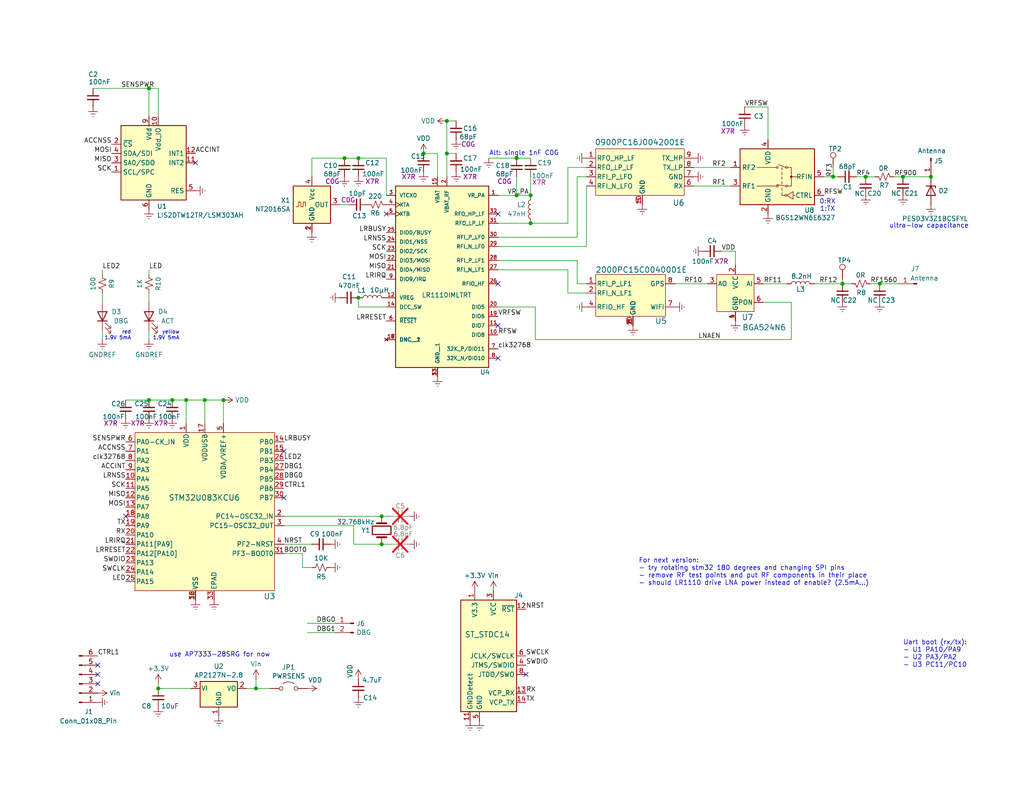
<source format=kicad_sch>
(kicad_sch (version 20231120) (generator "eeschema") (generator_version "8.0")
  (paper "USLetter")
  (title_block (title "RadioJay G1 - GPS Prototype tag") (date "2024-02-14") (company "Thorsten von Eicken") (comment 1 "1.8V power"))
  (lib_symbols
    (symbol "Connector:Conn_01x01_Pin" (pin_names (offset 1.016) hide)
      (property "Reference" "J" (at 0 2.54 0))
      (property "Value" "Conn_01x01_Pin" (at 0 -2.54 0))
      (symbol "Conn_01x01_Pin_1_1"
        (pin passive line (at 5.08 0 180) (length 3.81) (name "Pin_1") (number "1"))
      )
    )
    (symbol "Connector:Conn_01x02_Pin" (pin_names (offset 1.016) hide)
      (property "Reference" "J" (at 0 2.54 0))
      (property "Value" "Conn_01x02_Pin" (at 0 -5.08 0))
      (symbol "Conn_01x02_Pin_1_1"
        (pin passive line (at 5.08 0 180) (length 3.81) (name "Pin_1") (number "1"))
        (pin passive line (at 5.08 -2.54 180) (length 3.81) (name "Pin_2") (number "2"))
      )
    )
    (symbol "Connector:Conn_01x06_Pin" (pin_names (offset 1.016) hide)
      (property "Reference" "J" (at 0 7.62 0))
      (property "Value" "Conn_01x06_Pin" (at 0 -10.16 0))
      (symbol "Conn_01x06_Pin_1_1"
        (pin passive line (at 5.08 5.08 180) (length 3.81) (name "Pin_1") (number "1"))
        (pin passive line (at 5.08 2.54 180) (length 3.81) (name "Pin_2") (number "2"))
        (pin passive line (at 5.08 0 180) (length 3.81) (name "Pin_3") (number "3"))
        (pin passive line (at 5.08 -2.54 180) (length 3.81) (name "Pin_4") (number "4"))
        (pin passive line (at 5.08 -5.08 180) (length 3.81) (name "Pin_5") (number "5"))
        (pin passive line (at 5.08 -7.62 180) (length 3.81) (name "Pin_6") (number "6"))
      )
    )
    (symbol "Connector:TestPoint" (pin_numbers hide) (pin_names (offset 0.762) hide)
      (property "Reference" "TP" (at 0 6.858 0))
      (property "Value" "TestPoint" (at 0 5.08 0))
      (symbol "TestPoint_1_1"
        (pin passive line (at 0 0 90) (length 2.54) (name "1") (number "1"))
      )
    )
    (symbol "Device:C_Small" (pin_numbers hide) (pin_names (offset 0.254) hide)
      (property "Reference" "C" (at 0.254 1.778 0))
      (property "Value" "C_Small" (at 0.254 -2.032 0))
      (symbol "C_Small_1_1"
        (pin passive line (at 0 2.54 270) (length 2.032) (name "~") (number "1"))
        (pin passive line (at 0 -2.54 90) (length 2.032) (name "~") (number "2"))
      )
    )
    (symbol "Device:Crystal" (pin_numbers hide) (pin_names (offset 1.016) hide)
      (property "Reference" "Y" (at 0 3.81 0))
      (property "Value" "Crystal" (at 0 -3.81 0))
      (symbol "Crystal_1_1"
        (pin passive line (at -3.81 0 0) (length 1.27) (name "1") (number "1"))
        (pin passive line (at 3.81 0 180) (length 1.27) (name "2") (number "2"))
      )
    )
    (symbol "Device:L" (pin_numbers hide) (pin_names (offset 1.016) hide)
      (property "Reference" "L" (at -1.27 0 90))
      (property "Value" "L" (at 1.905 0 90))
      (symbol "L_1_1"
        (pin passive line (at 0 3.81 270) (length 1.27) (name "1") (number "1"))
        (pin passive line (at 0 -3.81 90) (length 1.27) (name "2") (number "2"))
      )
    )
    (symbol "Device:LED" (pin_numbers hide) (pin_names (offset 1.016) hide)
      (property "Reference" "D" (at 0 2.54 0))
      (property "Value" "LED" (at 0 -2.54 0))
      (symbol "LED_1_1"
        (pin passive line (at -3.81 0 0) (length 2.54) (name "K") (number "1"))
        (pin passive line (at 3.81 0 180) (length 2.54) (name "A") (number "2"))
      )
    )
    (symbol "Device:R_Small_US" (pin_numbers hide) (pin_names (offset 0.254) hide)
      (property "Reference" "R" (at 0.762 0.508 0))
      (property "Value" "R_Small_US" (at 0.762 -1.016 0))
      (symbol "R_Small_US_1_1"
        (pin passive line (at 0 2.54 270) (length 1.016) (name "~") (number "1"))
        (pin passive line (at 0 -2.54 90) (length 1.016) (name "~") (number "2"))
      )
    )
    (symbol "Diode:ESD5Zxx" (pin_numbers hide) (pin_names hide)
      (property "Reference" "D" (at 0 2.54 0))
      (property "Value" "ESD5Zxx" (at 0 -2.54 0))
      (symbol "ESD5Zxx_1_1"
        (pin passive line (at -3.81 0 0) (length 2.54) (name "K") (number "1"))
        (pin passive line (at 3.81 0 180) (length 2.54) (name "A") (number "2"))
      )
    )
    (symbol "Jumper:Jumper_2_Open" (pin_numbers hide) (pin_names (offset 0) hide) (exclude_from_sim yes)
      (property "Reference" "JP" (at 0 2.794 0))
      (property "Value" "Jumper_2_Open" (at 0 -2.286 0))
      (symbol "Jumper_2_Open_1_1"
        (pin passive line (at -5.08 0 0) (length 2.54) (name "A") (number "1"))
        (pin passive line (at 5.08 0 180) (length 2.54) (name "B") (number "2"))
      )
    )
    (symbol "Mostag:0900PC16J0042001E" (pin_names (offset 0.254))
      (property "Reference" "U" (at 10.414 -5.08 0))
      (property "Value" "0900PC16J0042001E" (at -0.508 10.16 0))
      (symbol "0900PC16J0042001E_0_1"
        (pin input line (at -15.24 6.35 0) (length 2.54) (name "RFO_HP_LF") (number "1"))
        (pin power_in line (at 0 -6.35 90) (length 2.54) (name "GND") (number "10"))
        (pin input line (at -15.24 3.81 0) (length 2.54) (name "RFO_LP_LF") (number "2"))
        (pin output line (at -15.24 1.27 0) (length 2.54) (name "RFI_P_LFO") (number "3"))
        (pin output line (at -15.24 -1.27 0) (length 2.54) (name "RFI_N_LFO") (number "4"))
        (pin power_in line (at 0 -6.35 90) (length 2.54) (name "GND") (number "5"))
        (pin input line (at 13.97 -1.27 180) (length 2.54) (name "RX") (number "6"))
        (pin power_in line (at 13.97 1.27 180) (length 2.54) (name "GND") (number "7"))
        (pin output line (at 13.97 3.81 180) (length 2.54) (name "TX_LP") (number "8"))
        (pin output line (at 13.97 6.35 180) (length 2.54) (name "TX_HP") (number "9"))
      )
    )
    (symbol "Mostag:2000PC15C0040001E" (pin_names (offset 0.254))
      (property "Reference" "U" (at 8.382 -6.604 0))
      (property "Value" "2000PC15C0040001E" (at -0.508 7.62 0))
      (symbol "2000PC15C0040001E_0_1"
        (pin power_in line (at 0 -7.62 90) (length 2.54) (name "GND") (number "10"))
        (pin power_in line (at 0 -7.62 90) (length 2.54) (name "GND") (number "5"))
      )
      (symbol "2000PC15C0040001E_1_1"
        (pin input line (at -12.7 3.81 0) (length 2.54) (name "RFI_P_LF1") (number "1"))
        (pin input line (at -12.7 1.27 0) (length 2.54) (name "RFI_N_LF1") (number "2"))
        (pin power_in line (at 0 -7.62 90) (length 2.54) (name "GND") (number "3"))
        (pin bidirectional line (at -12.7 -2.54 0) (length 2.54) (name "RFIO_HF") (number "4"))
        (pin power_in line (at 0 -7.62 90) (length 2.54) (name "GND") (number "6"))
        (pin bidirectional line (at 11.43 -2.54 180) (length 2.54) (name "WIFI") (number "7"))
        (pin input line (at 11.43 3.81 180) (length 2.54) (name "GPS") (number "8"))
        (pin power_in line (at 0 -7.62 90) (length 2.54) (name "GND") (number "9"))
      )
    )
    (symbol "Mostag:BGA524N6E6327XTSA1" (pin_names (offset 0.254))
      (property "Reference" "U" (at 4.318 -6.35 0))
      (property "Value" "BGA524N6" (at 6.096 6.096 0))
      (symbol "BGA524N6E6327XTSA1_0_0"
        (pin input line (at -7.62 -2.54 0) (length 2.54) (name "PON") (number "6"))
      )
      (symbol "BGA524N6E6327XTSA1_0_1"
        (pin power_in line (at 0 -7.62 90) (length 2.54) (name "GND") (number "1"))
        (pin power_in line (at 0 7.62 270) (length 2.54) (name "VCC") (number "2"))
        (pin output line (at 7.62 2.54 180) (length 2.54) (name "AO") (number "3"))
        (pin power_in line (at 0 -7.62 90) (length 2.54) (name "GND") (number "4"))
        (pin input line (at -7.62 2.54 0) (length 2.54) (name "AI") (number "5"))
      )
    )
    (symbol "Mostag:BGS12WN6E6327"
      (property "Reference" "U" (at -10.16 11.43 0))
      (property "Value" "BGS12WN6E6327" (at 1.27 11.43 0))
      (symbol "BGS12WN6E6327_1_1"
        (pin passive line (at 12.7 5.08 180) (length 2.54) (name "RF2") (number "1"))
        (pin power_in line (at 2.54 -7.62 90) (length 2.54) (name "GND") (number "2"))
        (pin passive line (at 12.7 0 180) (length 2.54) (name "RF1") (number "3"))
        (pin power_in line (at 2.54 12.7 270) (length 2.54) (name "VDD") (number "4"))
        (pin passive line (at -12.7 2.54 0) (length 2.54) (name "RFIN") (number "5"))
        (pin input line (at -12.7 -2.54 0) (length 2.54) (name "CTRL") (number "6"))
      )
    )
    (symbol "Mostag:LR1110IMLTRT" (pin_names (offset 1.016))
      (property "Reference" "U" (at 17.78 -27.432 0))
      (property "Value" "LR1110IMLTRT" (at -7.112 -9.652 0))
      (symbol "LR1110IMLTRT_0_0"
        (pin output line (at 15.24 22.86 180) (length 2.54) (name "VR_PA") (number "1"))
        (pin bidirectional line (at 15.24 -15.24 180) (length 2.54) (name "DIO8") (number "10"))
        (pin bidirectional line (at 15.24 -12.7 180) (length 2.54) (name "DIO7") (number "11"))
        (pin output line (at -15.24 -5.08 0) (length 2.54) (name "VREG") (number "12"))
        (pin power_in line (at -1.27 -26.67 90) (length 2.54) (name "GND") (number "13"))
        (pin output line (at -15.24 -7.62 0) (length 2.54) (name "DCC_SW") (number "14"))
        (pin power_in line (at -1.27 27.94 270) (length 2.54) (name "VBAT") (number "15"))
        (pin no_connect line (at -15.24 -16.51 0) (length 2.54) (name "DNC") (number "16"))
        (pin no_connect line (at -15.24 -16.51 0) (length 2.54) (name "DNC__1") (number "17"))
        (pin no_connect line (at -15.24 -16.51 0) (length 2.54) (name "DNC__2") (number "18"))
        (pin bidirectional line (at 15.24 -10.16 180) (length 2.54) (name "DIO6") (number "19"))
        (pin power_in line (at 1.27 27.94 270) (length 2.54) (name "VBAT_RF") (number "2"))
        (pin bidirectional line (at 15.24 -7.62 180) (length 2.54) (name "DIO5") (number "20"))
        (pin bidirectional line (at -15.24 12.7 0) (length 2.54) (name "DIO0/BUSY") (number "25"))
        (pin bidirectional line (at 15.24 -1.27 180) (length 2.54) (name "RFIO_HF") (number "26"))
        (pin input line (at 15.24 2.54 180) (length 2.54) (name "RFI_N_LF1") (number "27"))
        (pin input line (at 15.24 5.08 180) (length 2.54) (name "RFI_P_LF1") (number "28"))
        (pin input line (at 15.24 8.89 180) (length 2.54) (name "RFI_N_LF0") (number "29"))
        (pin input line (at 15.24 11.43 180) (length 2.54) (name "RFI_P_LF0") (number "30"))
        (pin output line (at 15.24 15.24 180) (length 2.54) (name "RFO_LP_LF") (number "31"))
        (pin output line (at 15.24 17.78 180) (length 2.54) (name "RFO_HP_LF") (number "32"))
        (pin power_in line (at -1.27 -26.67 90) (length 2.54) (name "GND__1") (number "33"))
        (pin input clock (at -15.24 20.32 0) (length 2.54) (name "XTA") (number "4"))
        (pin bidirectional clock (at -15.24 17.78 0) (length 2.54) (name "XTB") (number "5"))
        (pin input line (at -15.24 -11.43 0) (length 2.54) (name "~{RESET}") (number "6"))
        (pin bidirectional line (at 15.24 -19.05 180) (length 2.54) (name "32K_P/DIO11") (number "7"))
        (pin bidirectional line (at 15.24 -21.59 180) (length 2.54) (name "32K_N/DIO10") (number "8"))
      )
      (symbol "LR1110IMLTRT_1_0"
        (pin bidirectional line (at -15.24 2.54 0) (length 2.54) (name "DIO4/MISO") (number "21"))
        (pin bidirectional line (at -15.24 5.08 0) (length 2.54) (name "DIO3/MOSI") (number "22"))
        (pin bidirectional line (at -15.24 7.62 0) (length 2.54) (name "DIO2/SCK") (number "23"))
        (pin bidirectional line (at -15.24 10.16 0) (length 2.54) (name "DIO1/NSS") (number "24"))
        (pin power_out line (at -15.24 22.86 0) (length 2.54) (name "VTCXO") (number "3"))
        (pin bidirectional line (at -15.24 0 0) (length 2.54) (name "DIO9/IRQ") (number "9"))
      )
    )
    (symbol "Mostag:NT2016SA"
      (property "Reference" "X" (at -5.08 6.35 0))
      (property "Value" "NT2016SA" (at 1.27 -6.35 0))
      (symbol "NT2016SA_1_1"
        (pin power_in line (at 0 -7.62 90) (length 2.54) (name "GND") (number "1"))
        (pin power_in line (at 0 -7.62 90) (length 2.54) (name "GND") (number "2"))
        (pin output line (at 7.62 0 180) (length 2.54) (name "OUT") (number "3"))
        (pin power_in line (at 0 7.62 270) (length 2.54) (name "Vcc") (number "4"))
      )
    )
    (symbol "Mostag:STLINK-STDC14"
      (property "Reference" "J3" (at 6.858 16.51 0))
      (property "Value" "ST_STDC14" (at 7.366 6.35 0))
      (symbol "STLINK-STDC14_1_1"
        (pin power_out line (at -3.81 17.78 270) (length 2.54) (name "V3.3") (number "1"))
        (pin power_in line (at -2.54 -17.78 90) (length 2.54) hide (name "JTDI/NC") (number "10"))
        (pin passive line (at -5.08 -17.78 90) (length 2.54) (name "GNDDetect") (number "11"))
        (pin open_collector line (at 10.16 12.7 180) (length 2.54) (name "~{RST}") (number "12"))
        (pin output line (at 10.16 -10.16 180) (length 2.54) (name "VCP_RX") (number "13"))
        (pin input line (at 10.16 -12.7 180) (length 2.54) (name "VCP_TX") (number "14"))
        (pin no_connect line (at -10.16 2.54 0) (length 2.54) hide (name "NC") (number "2"))
        (pin power_in line (at 1.27 17.78 270) (length 2.54) (name "VCC") (number "3"))
        (pin bidirectional line (at 10.16 -2.54 180) (length 2.54) (name "JTMS/SWDIO") (number "4"))
        (pin power_in line (at -2.54 -17.78 90) (length 2.54) (name "GND") (number "5"))
        (pin output line (at 10.16 0 180) (length 2.54) (name "JCLK/SWCLK") (number "6"))
        (pin passive line (at -2.54 -17.78 90) (length 2.54) hide (name "GND") (number "7"))
        (pin input line (at 10.16 -5.08 180) (length 2.54) (name "JTDO/SWO") (number "8"))
        (pin no_connect line (at 10.16 3.81 180) (length 2.54) hide (name "JRCLK/NC") (number "9"))
      )
    )
    (symbol "Mostag:STM32U083KCU6" (pin_names (offset 0.254))
      (property "Reference" "U" (at 18.796 -18.034 0))
      (property "Value" "STM32U083KCU6" (at 0.254 8.89 0))
      (symbol "STM32U083KCU6_0_1"
        (pin power_in line (at -5.08 29.21 270) (length 2.54) (name "VDD") (number "1"))
        (pin bidirectional line (at -21.59 13.97 0) (length 2.54) (name "PA4") (number "10"))
        (pin bidirectional line (at -21.59 11.43 0) (length 2.54) (name "PA5") (number "11"))
        (pin bidirectional line (at -21.59 8.89 0) (length 2.54) (name "PA6") (number "12"))
        (pin bidirectional line (at -21.59 6.35 0) (length 2.54) (name "PA7") (number "13"))
        (pin bidirectional line (at 21.59 24.13 180) (length 2.54) (name "PB0") (number "14"))
        (pin bidirectional line (at 21.59 21.59 180) (length 2.54) (name "PB1") (number "15"))
        (pin power_in line (at -2.54 -19.05 90) (length 2.54) (name "VSS") (number "16"))
        (pin power_in line (at 0 29.21 270) (length 2.54) (name "VDDUSB") (number "17"))
        (pin bidirectional line (at -21.59 3.81 0) (length 2.54) (name "PA8") (number "18"))
        (pin bidirectional line (at -21.59 1.27 0) (length 2.54) (name "PA9") (number "19"))
        (pin bidirectional line (at 21.59 3.81 180) (length 2.54) (name "PC14-OSC32_IN") (number "2"))
        (pin bidirectional line (at -21.59 -1.27 0) (length 2.54) (name "PA10") (number "20"))
        (pin bidirectional line (at -21.59 -3.81 0) (length 2.54) (name "PA11[PA9]") (number "21"))
        (pin bidirectional line (at -21.59 -6.35 0) (length 2.54) (name "PA12[PA10]") (number "22"))
        (pin bidirectional line (at -21.59 -8.89 0) (length 2.54) (name "PA13") (number "23"))
        (pin bidirectional line (at -21.59 -11.43 0) (length 2.54) (name "PA14") (number "24"))
        (pin bidirectional line (at -21.59 -13.97 0) (length 2.54) (name "PA15") (number "25"))
        (pin bidirectional line (at 21.59 19.05 180) (length 2.54) (name "PB3") (number "26"))
        (pin bidirectional line (at 21.59 16.51 180) (length 2.54) (name "PB4") (number "27"))
        (pin bidirectional line (at 21.59 13.97 180) (length 2.54) (name "PB5") (number "28"))
        (pin bidirectional line (at 21.59 11.43 180) (length 2.54) (name "PB6") (number "29"))
        (pin bidirectional line (at 21.59 1.27 180) (length 2.54) (name "PC15-OSC32_OUT") (number "3"))
        (pin bidirectional line (at 21.59 8.89 180) (length 2.54) (name "PB7") (number "30"))
        (pin bidirectional line (at 21.59 -6.35 180) (length 2.54) (name "PF3-BOOT0") (number "31"))
        (pin power_in line (at -2.54 -19.05 90) (length 2.54) (name "VSS") (number "32"))
        (pin power_in line (at 2.54 -19.05 90) (length 2.54) (name "EPAD") (number "33"))
        (pin bidirectional line (at 21.59 -3.81 180) (length 2.54) (name "PF2-NRST") (number "4"))
        (pin power_in line (at 5.08 29.21 270) (length 2.54) (name "VDDA/VREF+") (number "5"))
        (pin bidirectional line (at -21.59 24.13 0) (length 2.54) (name "PA0-CK_IN") (number "6"))
        (pin bidirectional line (at -21.59 21.59 0) (length 2.54) (name "PA1") (number "7"))
        (pin bidirectional line (at -21.59 19.05 0) (length 2.54) (name "PA2") (number "8"))
        (pin bidirectional line (at -21.59 16.51 0) (length 2.54) (name "PA3") (number "9"))
      )
    )
    (symbol "Regulator_Linear:AP2127N-2.5" (pin_names (offset 0.254))
      (property "Reference" "U" (at -3.81 3.175 0))
      (property "Value" "AP2127N-2.5" (at 0 3.175 0))
      (symbol "AP2127N-2.5_1_1"
        (pin power_in line (at 0 -7.62 90) (length 2.54) (name "GND") (number "1"))
        (pin power_out line (at 7.62 0 180) (length 2.54) (name "VO") (number "2"))
        (pin power_in line (at -7.62 0 0) (length 2.54) (name "VI") (number "3"))
      )
    )
    (symbol "Sensor_Motion:LIS2HH12"
      (property "Reference" "U" (at -5.08 11.43 0))
      (property "Value" "LIS2HH12" (at 3.81 11.43 0))
      (symbol "LIS2HH12_1_1"
        (pin input line (at -10.16 -2.54 0) (length 2.54) (name "SCL/SPC") (number "1"))
        (pin power_in line (at 2.54 12.7 270) (length 2.54) (name "Vdd_IO") (number "10"))
        (pin output line (at 12.7 0 180) (length 2.54) (name "INT2") (number "11"))
        (pin output line (at 12.7 2.54 180) (length 2.54) (name "INT1") (number "12"))
        (pin input line (at -10.16 5.08 0) (length 2.54) (name "~{CS}") (number "2"))
        (pin bidirectional line (at -10.16 0 0) (length 2.54) (name "SA0/SDO") (number "3"))
        (pin bidirectional line (at -10.16 2.54 0) (length 2.54) (name "SDA/SDI") (number "4"))
        (pin passive line (at 12.7 -7.62 180) (length 2.54) (name "RES") (number "5"))
        (pin power_in line (at 0 -12.7 90) (length 2.54) (name "GND") (number "6"))
        (pin passive line (at 0 -12.7 90) (length 2.54) hide (name "GND") (number "7"))
        (pin passive line (at 0 -12.7 90) (length 2.54) hide (name "GND") (number "8"))
        (pin power_in line (at 0 12.7 270) (length 2.54) (name "Vdd") (number "9"))
      )
    )
    (symbol "power:+1V8" (power) (pin_numbers hide) (pin_names (offset 0) hide)
      (property "Value" "+1V8" (at 0 3.556 0))
      (symbol "+1V8_1_1"
        (pin power_in line (at 0 0 90) (length 0) (name "~") (number "1"))
      )
    )
    (symbol "power:+3.3V" (power) (pin_numbers hide) (pin_names (offset 0) hide)
      (property "Value" "+3.3V" (at 0 3.556 0))
      (symbol "+3.3V_1_1"
        (pin power_in line (at 0 0 90) (length 0) (name "~") (number "1"))
      )
    )
    (symbol "power:GNDREF" (power) (pin_names (offset 0))
      (property "Value" "GNDREF" (at 0 -3.81 0))
      (symbol "GNDREF_1_1"
        (pin power_in line (at 0 0 270) (length 0) hide (name "GNDREF") (number "1"))
      )
    )
    (symbol "power:VDD" (power) (pin_numbers hide) (pin_names (offset 0) hide)
      (property "Value" "VDD" (at 0 3.556 0))
      (symbol "VDD_1_1"
        (pin power_in line (at 0 0 90) (length 0) (name "~") (number "1"))
      )
    )
  )
  (junction (at 121.92 33.02))
  (junction (at 140.97 43.18))
  (junction (at 240.03 77.47))
  (junction (at 121.92 41.91))
  (junction (at 144.78 60.96))
  (junction (at 43.18 187.96))
  (junction (at 227.33 48.26))
  (junction (at 144.78 53.34))
  (junction (at 104.14 140.97))
  (junction (at 40.64 109.22))
  (junction (at 50.8 109.22))
  (junction (at 93.98 43.18))
  (junction (at 140.97 53.34))
  (junction (at 236.22 48.26))
  (junction (at 69.85 187.96))
  (junction (at 55.88 109.22))
  (junction (at 115.57 41.91))
  (junction (at 46.99 109.22))
  (junction (at 97.79 81.28))
  (junction (at 229.87 77.47))
  (junction (at 246.38 48.26))
  (junction (at 40.64 24.13))
  (junction (at 254 48.26))
  (junction (at 60.96 109.22))
  (junction (at 97.79 43.18))
  (junction (at 104.14 148.59))
  (no_connect (at 77.47 123.19))
  (no_connect (at 53.34 44.45))
  (no_connect (at 143.51 184.15))
  (no_connect (at 26.67 181.61))
  (no_connect (at 135.89 58.42))
  (no_connect (at 105.41 58.42))
  (no_connect (at 34.29 140.97))
  (no_connect (at 135.89 77.47))
  (no_connect (at 77.47 135.89))
  (no_connect (at 135.89 97.79))
  (no_connect (at 26.67 184.15))
  (no_connect (at 135.89 88.9))
  (no_connect (at 26.67 186.69))
  (wire (pts (xy 227.33 45.72) (xy 227.33 48.26)))
  (wire (pts (xy 105.41 43.18) (xy 97.79 43.18)))
  (wire (pts (xy 189.23 50.8) (xy 199.39 50.8)))
  (wire (pts (xy 246.38 48.26) (xy 243.84 48.26)))
  (wire (pts (xy 140.97 48.26) (xy 140.97 53.34)))
  (wire (pts (xy 40.64 74.93) (xy 40.64 73.66)))
  (wire (pts (xy 60.96 109.22) (xy 55.88 109.22)))
  (wire (pts (xy 203.2 29.21) (xy 209.55 29.21)))
  (wire (pts (xy 34.29 109.22) (xy 40.64 109.22)))
  (wire (pts (xy 85.09 43.18) (xy 85.09 48.26)))
  (wire (pts (xy 40.64 24.13) (xy 40.64 31.75)))
  (wire (pts (xy 69.85 187.96) (xy 73.66 187.96)))
  (wire (pts (xy 238.76 48.26) (xy 236.22 48.26)))
  (wire (pts (xy 154.94 80.01) (xy 154.94 73.66)))
  (wire (pts (xy 105.41 43.18) (xy 105.41 53.34)))
  (wire (pts (xy 208.28 77.47) (xy 214.63 77.47)))
  (wire (pts (xy 104.14 140.97) (xy 106.68 140.97)))
  (wire (pts (xy 96.52 148.59) (xy 104.14 148.59)))
  (wire (pts (xy 209.55 38.1) (xy 209.55 29.21)))
  (wire (pts (xy 135.89 60.96) (xy 144.78 60.96)))
  (wire (pts (xy 157.48 77.47) (xy 160.02 77.47)))
  (wire (pts (xy 140.97 53.34) (xy 144.78 53.34)))
  (wire (pts (xy 82.55 151.13) (xy 77.47 151.13)))
  (wire (pts (xy 124.46 33.02) (xy 121.92 33.02)))
  (wire (pts (xy 121.92 33.02) (xy 121.92 41.91)))
  (wire (pts (xy 215.9 82.55) (xy 208.28 82.55)))
  (wire (pts (xy 246.38 48.26) (xy 254 48.26)))
  (wire (pts (xy 82.55 154.94) (xy 82.55 151.13)))
  (wire (pts (xy 119.38 41.91) (xy 119.38 48.26)))
  (wire (pts (xy 121.92 41.91) (xy 121.92 48.26)))
  (wire (pts (xy 46.99 109.22) (xy 50.8 109.22)))
  (wire (pts (xy 144.78 60.96) (xy 154.94 60.96)))
  (wire (pts (xy 154.94 60.96) (xy 154.94 45.72)))
  (wire (pts (xy 200.66 68.58) (xy 196.85 68.58)))
  (wire (pts (xy 157.48 71.12) (xy 157.48 77.47)))
  (wire (pts (xy 50.8 109.22) (xy 50.8 115.57)))
  (wire (pts (xy 215.9 92.71) (xy 215.9 82.55)))
  (wire (pts (xy 43.18 31.75) (xy 43.18 24.13)))
  (wire (pts (xy 83.82 170.18) (xy 91.44 170.18)))
  (wire (pts (xy 133.35 43.18) (xy 140.97 43.18)))
  (wire (pts (xy 189.23 45.72) (xy 199.39 45.72)))
  (wire (pts (xy 85.09 154.94) (xy 82.55 154.94)))
  (wire (pts (xy 55.88 115.57) (xy 55.88 109.22)))
  (wire (pts (xy 135.89 64.77) (xy 157.48 64.77)))
  (wire (pts (xy 146.05 92.71) (xy 215.9 92.71)))
  (wire (pts (xy 233.68 48.26) (xy 236.22 48.26)))
  (wire (pts (xy 157.48 48.26) (xy 160.02 48.26)))
  (wire (pts (xy 27.94 80.01) (xy 27.94 82.55)))
  (wire (pts (xy 135.89 83.82) (xy 146.05 83.82)))
  (wire (pts (xy 240.03 77.47) (xy 237.49 77.47)))
  (wire (pts (xy 77.47 148.59) (xy 85.09 148.59)))
  (wire (pts (xy 222.25 77.47) (xy 229.87 77.47)))
  (wire (pts (xy 77.47 143.51) (xy 96.52 143.51)))
  (wire (pts (xy 157.48 64.77) (xy 157.48 48.26)))
  (wire (pts (xy 229.87 76.2) (xy 229.87 77.47)))
  (wire (pts (xy 27.94 73.66) (xy 27.94 74.93)))
  (wire (pts (xy 115.57 41.91) (xy 119.38 41.91)))
  (wire (pts (xy 43.18 187.96) (xy 52.07 187.96)))
  (wire (pts (xy 232.41 77.47) (xy 229.87 77.47)))
  (wire (pts (xy 144.78 48.26) (xy 144.78 53.34)))
  (wire (pts (xy 40.64 80.01) (xy 40.64 82.55)))
  (wire (pts (xy 60.96 115.57) (xy 60.96 109.22)))
  (wire (pts (xy 93.98 43.18) (xy 85.09 43.18)))
  (wire (pts (xy 160.02 80.01) (xy 154.94 80.01)))
  (wire (pts (xy 240.03 77.47) (xy 245.11 77.47)))
  (wire (pts (xy 25.4 24.13) (xy 40.64 24.13)))
  (wire (pts (xy 97.79 43.18) (xy 93.98 43.18)))
  (wire (pts (xy 140.97 43.18) (xy 144.78 43.18)))
  (wire (pts (xy 96.52 143.51) (xy 96.52 148.59)))
  (wire (pts (xy 43.18 24.13) (xy 40.64 24.13)))
  (wire (pts (xy 200.66 72.39) (xy 200.66 68.58)))
  (wire (pts (xy 97.79 83.82) (xy 105.41 83.82)))
  (wire (pts (xy 27.94 90.17) (xy 27.94 92.71)))
  (wire (pts (xy 67.31 187.96) (xy 69.85 187.96)))
  (wire (pts (xy 92.71 55.88) (xy 95.25 55.88)))
  (wire (pts (xy 83.82 172.72) (xy 91.44 172.72)))
  (wire (pts (xy 135.89 71.12) (xy 157.48 71.12)))
  (wire (pts (xy 55.88 109.22) (xy 50.8 109.22)))
  (wire (pts (xy 184.15 77.47) (xy 193.04 77.47)))
  (wire (pts (xy 227.33 48.26) (xy 228.6 48.26)))
  (wire (pts (xy 154.94 45.72) (xy 160.02 45.72)))
  (wire (pts (xy 97.79 81.28) (xy 97.79 83.82)))
  (wire (pts (xy 160.02 67.31) (xy 160.02 50.8)))
  (wire (pts (xy 104.14 148.59) (xy 106.68 148.59)))
  (wire (pts (xy 40.64 109.22) (xy 46.99 109.22)))
  (wire (pts (xy 135.89 67.31) (xy 160.02 67.31)))
  (wire (pts (xy 77.47 140.97) (xy 104.14 140.97)))
  (wire (pts (xy 146.05 83.82) (xy 146.05 92.71)))
  (wire (pts (xy 224.79 48.26) (xy 227.33 48.26)))
  (wire (pts (xy 43.18 186.69) (xy 43.18 187.96)))
  (wire (pts (xy 135.89 53.34) (xy 140.97 53.34)))
  (wire (pts (xy 154.94 73.66) (xy 135.89 73.66)))
  (wire (pts (xy 124.46 41.91) (xy 121.92 41.91)))
  (wire (pts (xy 40.64 90.17) (xy 40.64 92.71)))
  (wire (pts (xy 69.85 185.42) (xy 69.85 187.96)))
  (text "0:RX\n1:TX" (at 225.806 56.134 0) (effects (font (size 1.27 1.27))))
  (text "use AP7333-28SRG for now" (at 59.944 178.816 0) (effects (font (size 1.27 1.27))))
  (text "red\n1.9V 5mA" (at 35.814 92.964 0) (effects (font (size 1 1)) (justify right bottom)))
  (text "yellow\n1.9V 5mA" (at 49.022 92.964 0) (effects (font (size 1 1)) (justify right bottom)))
  (text "ultra-low capacitance" (at 253.492 61.722 0) (effects (font (size 1.27 1.27))))
  (text "Uart boot (rx/tx):\n- U1 PA10/PA9\n- U2 PA3/PA2\n- U3 PC11/PC10" (at 246.38 178.562 0) (effects (font (size 1.27 1.27)) (justify left)))
  (text "Alt: single 1nF C0G" (at 143.002 41.91 0) (effects (font (size 1.27 1.27))))
  (text "For next version:\n- try rotating stm32 180 degrees and changing SPI pins\n- remove RF test points and put RF components in their place\n- should LR1110 drive LNA power instead of enable? (2.5mA...)" (at 174.244 156.21 0) (effects (font (size 1.27 1.27)) (justify left)))
  (label "RF1" (at 194.31 50.8 0))
  (label "SENSPWR" (at 33.02 24.13 0))
  (label "LRNSS" (at 34.29 130.81 180))
  (label "NRST" (at 77.47 148.59 0))
  (label "LED" (at 40.64 73.66 0))
  (label "RF2" (at 194.31 45.72 0))
  (label "MISO" (at 105.41 73.66 180))
  (label "SWCLK" (at 143.51 179.07 0))
  (label "RF10" (at 186.69 77.47 0))
  (label "SCK" (at 105.41 68.58 180))
  (label "MISO" (at 34.29 135.89 180))
  (label "RFSW" (at 224.79 53.34 0))
  (label "SWDIO" (at 143.51 181.61 0))
  (label "RF900" (at 250.19 48.26 180))
  (label "SCK" (at 34.29 133.35 180))
  (label "LRRESET" (at 105.41 87.63 180))
  (label "NRST" (at 143.51 166.37 0))
  (label "LED2" (at 27.94 73.66 0))
  (label "VDD" (at 196.85 68.58 0))
  (label "LRIRQ" (at 105.41 76.2 180))
  (label "CTRL1" (at 77.47 133.35 0))
  (label "LRBUSY" (at 105.41 63.5 180))
  (label "RX" (at 143.51 189.23 0))
  (label "VRFSW" (at 135.89 86.36 0))
  (label "DBG0" (at 77.47 130.81 0))
  (label "RF1560" (at 237.49 77.47 0))
  (label "ACCNSS" (at 30.48 39.37 180))
  (label "SWDIO" (at 34.29 153.67 180))
  (label "RX" (at 34.29 146.05 180))
  (label "LRNSS" (at 105.41 66.04 180))
  (label "LNAEN" (at 190.5 92.71 0))
  (label "RF3" (at 227.33 48.26 90))
  (label "VR_PA" (at 138.43 53.34 0))
  (label "clk32768" (at 34.29 125.73 180))
  (label "ACCINT" (at 53.34 41.91 0))
  (label "LRIRQ" (at 34.29 148.59 180))
  (label "LRRESET" (at 34.29 151.13 180))
  (label "MOSI" (at 105.41 71.12 180))
  (label "RF11" (at 213.36 77.47 180))
  (label "SENSPWR" (at 34.29 120.65 180))
  (label "DBG1" (at 86.36 172.72 0))
  (label "MISO" (at 30.48 44.45 180))
  (label "DBG0" (at 86.36 170.18 0))
  (label "RF4" (at 233.68 48.26 0))
  (label "MOSI" (at 30.48 41.91 180))
  (label "DBG1" (at 77.47 128.27 0))
  (label "CTRL1" (at 26.67 179.07 0))
  (label "SCK" (at 30.48 46.99 180))
  (label "TX" (at 143.51 191.77 0))
  (label "LED" (at 34.29 158.75 180))
  (label "MOSI" (at 34.29 138.43 180))
  (label "RFSW" (at 135.89 91.44 0))
  (label "RF12" (at 223.52 77.47 0))
  (label "BOOT0" (at 77.47 151.13 0))
  (label "LED2" (at 77.47 125.73 0))
  (label "SWCLK" (at 34.29 156.21 180))
  (label "VRFSW" (at 209.55 29.21 180))
  (label "TX" (at 34.29 143.51 180))
  (label "LRBUSY" (at 77.47 120.65 0))
  (label "clk32768" (at 135.89 95.25 0))
  (label "ACCNSS" (at 34.29 123.19 180))
  (label "ACCINT" (at 34.29 128.27 180))
  (symbol (lib_id "power:+3.3V") (at 129.54 161.29 0) (unit 1)
    (property "Reference" "#PWR030" (effects (hide yes)))
    (property "Value" "+3.3V" (at 129.54 157.1569 0))
    (property "Description" "Power symbol creates a global label with name \"+3.3V\"" (effects (hide yes)))
  )
  (symbol (lib_id "Device:C_Small") (at 144.78 45.72 180) (unit 1)
    (property "Reference" "C19" (at 148.59 44.45 0))
    (property "Value" "100nF" (at 148.082 48.006 0))
    (property "Footprint" "Capacitor_SMD:C_0402_1005Metric" (effects (hide yes)))
    (property "TempCoeff" "X7R" (at 147.066 49.784 0))
  )
  (symbol (lib_id "power:GNDREF") (at 115.57 46.99 0) (unit 1)
    (property "Reference" "#PWR035" (effects (hide yes)))
    (property "Value" "GNDREF" (effects (hide yes)))
  )
  (symbol (lib_id "power:GNDREF") (at 189.23 48.26 90) (unit 1)
    (property "Reference" "#PWR047" (effects (hide yes)))
    (property "Value" "GNDREF" (effects (hide yes)))
  )
  (symbol (lib_id "power:GNDREF") (at 111.76 148.59 90) (mirror x) (unit 1)
    (property "Reference" "#PWR012" (effects (hide yes)))
    (property "Value" "GNDREF" (effects (hide yes)))
  )
  (symbol (lib_id "power:GNDREF") (at 124.46 38.1 0) (unit 1)
    (property "Reference" "#PWR038" (effects (hide yes)))
    (property "Value" "GNDREF" (effects (hide yes)))
  )
  (symbol (lib_id "power:GNDREF") (at 172.72 88.9 0) (unit 1)
    (property "Reference" "#PWR043" (effects (hide yes)))
    (property "Value" "GNDREF" (effects (hide yes)))
  )
  (symbol (lib_id "power:GNDREF") (at 90.17 154.94 90) (unit 1)
    (property "Reference" "#PWR028" (effects (hide yes)))
    (property "Value" "GNDREF" (effects (hide yes)))
  )
  (symbol (lib_id "power:GNDREF") (at 133.35 43.18 0) (unit 1)
    (property "Reference" "#PWR040" (effects (hide yes)))
    (property "Value" "GNDREF" (effects (hide yes)))
  )
  (symbol (lib_id "power:GNDREF") (at 229.87 82.55 0) (mirror y) (unit 1)
    (property "Reference" "#PWR053" (effects (hide yes)))
    (property "Value" "GNDREF" (effects (hide yes)))
  )
  (symbol (lib_id "power:GNDREF") (at 175.26 55.88 0) (unit 1)
    (property "Reference" "#PWR044" (effects (hide yes)))
    (property "Value" "GNDREF" (effects (hide yes)))
  )
  (symbol (lib_id "Device:C_Small") (at 109.22 148.59 270) (mirror x) (unit 1) (dnp yes)
    (property "Reference" "C6" (at 109.22 151.638 90))
    (property "Value" "6.8pF" (at 109.982 145.796 90))
    (property "Footprint" "Capacitor_SMD:C_0402_1005Metric" (effects (hide yes)))
  )
  (symbol (lib_id "power:GNDREF") (at 97.79 190.5 0) (unit 1)
    (property "Reference" "#PWR03" (effects (hide yes)))
    (property "Value" "GNDREF" (effects (hide yes)))
  )
  (symbol (lib_id "Device:C_Small") (at 194.31 68.58 90) (unit 1)
    (property "Reference" "C4" (at 194.31 65.786 90))
    (property "Value" "100nF" (at 191.77 71.374 90))
    (property "Footprint" "Capacitor_SMD:C_0402_1005Metric" (effects (hide yes)))
    (property "TempCoeff" "X7R" (at 196.85 71.374 90))
  )
  (symbol (lib_id "Device:C_Small") (at 229.87 80.01 0) (mirror y) (unit 1)
    (property "Reference" "C22" (at 233.8314 81.9829 0) (effects (justify left)))
    (property "Value" "NC" (at 229.3719 81.9829 0) (effects (justify left)))
    (property "Footprint" "Capacitor_SMD:C_0402_1005Metric" (effects (hide yes)))
  )
  (symbol (lib_id "power:GNDREF") (at 111.76 140.97 90) (mirror x) (unit 1)
    (property "Reference" "#PWR011" (effects (hide yes)))
    (property "Value" "GNDREF" (effects (hide yes)))
  )
  (symbol (lib_id "Device:R_Small_US") (at 40.64 77.47 0) (unit 1)
    (property "Reference" "R10" (at 43.18 77.47 90))
    (property "Value" "1K" (at 38.1 77.47 90))
    (property "Footprint" "Resistor_SMD:R_0402_1005Metric" (effects (hide yes)))
  )
  (symbol (lib_id "power:GNDREF") (at 236.22 53.34 0) (mirror y) (unit 1)
    (property "Reference" "#PWR050" (effects (hide yes)))
    (property "Value" "GNDREF" (effects (hide yes)))
  )
  (symbol (lib_id "power:GNDREF") (at 53.34 163.83 0) (unit 1)
    (property "Reference" "#PWR021" (effects (hide yes)))
    (property "Value" "GNDREF" (effects (hide yes)))
  )
  (symbol (lib_id "power:+1V8") (at 83.82 187.96 270) (unit 1)
    (property "Reference" "#PWR023" (effects (hide yes)))
    (property "Value" "VDD" (at 84.074 185.674 90) (effects (justify left)))
    (property "Description" "Power symbol creates a global label with name \"+1V8\"" (effects (hide yes)))
  )
  (symbol (lib_id "power:GNDREF") (at 40.64 92.71 0) (unit 1)
    (property "Reference" "#PWR056" (effects (hide yes)))
    (property "Value" "GNDREF" (at 40.64 96.8431 0))
  )
  (symbol (lib_id "power:GNDREF") (at 59.69 195.58 0) (unit 1)
    (property "Reference" "#PWR019" (effects (hide yes)))
    (property "Value" "GNDREF" (effects (hide yes)))
  )
  (symbol (lib_id "power:GNDREF") (at 128.27 196.85 0) (unit 1)
    (property "Reference" "#PWR029" (effects (hide yes)))
    (property "Value" "GNDREF" (effects (hide yes)))
  )
  (symbol (lib_id "Device:C_Small") (at 25.4 26.67 0) (unit 1)
    (property "Reference" "C2" (at 24.0725 20.332 0) (effects (justify left)))
    (property "Value" "100nF" (at 24.13 22.352 0) (effects (justify left)))
    (property "Footprint" "Capacitor_SMD:C_0402_1005Metric" (effects (hide yes)))
  )
  (symbol (lib_id "power:GNDREF") (at 160.02 43.18 270) (unit 1)
    (property "Reference" "#PWR041" (effects (hide yes)))
    (property "Value" "GNDREF" (effects (hide yes)))
  )
  (symbol (lib_id "Mostag:BGS12WN6E6327") (at 212.09 50.8 0) (mirror y) (unit 1)
    (property "Reference" "U8" (at 219.456 57.404 0) (effects (justify right)))
    (property "Value" "BGS12WN6E6327" (at 211.582 59.436 0) (effects (justify right)))
    (property "Footprint" "Mostag:Infineon_PG-TSNP-6-10_0.7x1.1mm_0.7x1.1mm_P0.4mm" (effects (hide yes)))
    (property "Datasheet" "https://www.infineon.com/dgdl/Infineon-BGS12WN6-DataSheet-v02_05-EN.pdf?fileId=5546d4626b2d8e69016b89d2b3334727" (effects (hide yes)))
    (property "Description" "SPDT DC-9GHz switch, 45dB isolation at 960MHz, PG-TSNP-6-10" (effects (hide yes)))
  )
  (symbol (lib_id "Regulator_Linear:AP2127N-2.5") (at 59.69 187.96 0) (unit 1)
    (property "Reference" "U2" (at 59.69 181.9105 0))
    (property "Value" "AP2127N-2.8" (at 59.69 184.3348 0))
    (property "Footprint" "Package_TO_SOT_SMD:SOT-23" (effects (hide yes)))
    (property "Datasheet" "https://www.diodes.com/assets/Datasheets/AP2127.pdf" (effects (hide yes)))
    (property "Description" "300mA low dropout linear regulator, shutdown pin, 2.5V-6V input voltage, 2.5V fixed positive output, SOT-23 package" (effects (hide yes)))
  )
  (symbol (lib_id "Device:LED") (at 27.94 86.36 90) (unit 1)
    (property "Reference" "D3" (at 31.75 85.09 90))
    (property "Value" "DBG" (at 33.02 87.63 90))
    (property "Footprint" "LED_SMD:LED_0402_1005Metric" (effects (hide yes)))
  )
  (symbol (lib_id "power:GNDREF") (at 160.02 83.82 270) (unit 1)
    (property "Reference" "#PWR042" (effects (hide yes)))
    (property "Value" "GNDREF" (effects (hide yes)))
  )
  (symbol (lib_id "Connector:Conn_01x01_Pin") (at 250.19 77.47 0) (mirror y) (unit 1)
    (property "Reference" "J7" (at 249.682 73.406 0))
    (property "Value" "Antenna" (at 252.222 75.946 0))
    (property "Footprint" "Mostag:ANT_PAD_2sided_3x2mm" (effects (hide yes)))
  )
  (symbol (lib_id "power:GNDREF") (at 124.46 46.99 0) (unit 1)
    (property "Reference" "#PWR039" (effects (hide yes)))
    (property "Value" "GNDREF" (effects (hide yes)))
  )
  (symbol (lib_id "Device:C_Small") (at 231.14 48.26 90) (mirror x) (unit 1)
    (property "Reference" "C1" (at 232.664 51.054 90) (effects (justify left)))
    (property "Value" "68pF" (at 233.68 45.466 90) (effects (justify left)))
    (property "Footprint" "Capacitor_SMD:C_0402_1005Metric" (effects (hide yes)))
  )
  (symbol (lib_id "Device:C_Small") (at 97.79 45.72 180) (unit 1)
    (property "Reference" "C12" (at 101.6 44.45 0))
    (property "Value" "100nF" (at 101.854 47.498 0))
    (property "Footprint" "Capacitor_SMD:C_0402_1005Metric" (effects (hide yes)))
    (property "TempCoeff" "X7R" (at 101.6 49.53 0))
  )
  (symbol (lib_id "power:GNDREF") (at 191.77 68.58 270) (mirror x) (unit 1)
    (property "Reference" "#PWR016" (effects (hide yes)))
    (property "Value" "GNDREF" (effects (hide yes)))
  )
  (symbol (lib_id "Device:C_Small") (at 97.79 55.88 270) (unit 1)
    (property "Reference" "C13" (at 98.044 58.928 90))
    (property "Value" "10pF" (at 97.536 52.832 90))
    (property "Footprint" "Capacitor_SMD:C_0402_1005Metric" (effects (hide yes)))
    (property "TempCoeff" "C0G" (at 94.996 54.61 90))
  )
  (symbol (lib_id "power:GNDREF") (at 27.94 92.71 0) (unit 1)
    (property "Reference" "#PWR054" (effects (hide yes)))
    (property "Value" "GNDREF" (at 27.94 96.8431 0))
  )
  (symbol (lib_id "Device:L") (at 144.78 57.15 180) (unit 1)
    (property "Reference" "L2" (at 142.24 55.88 0))
    (property "Value" "47nH" (at 140.97 58.42 0))
    (property "Footprint" "Inductor_SMD:L_0402_1005Metric" (effects (hide yes)))
    (property "Part" "LQW15AN56NG00" (effects (hide yes)))
  )
  (symbol (lib_id "power:GNDREF") (at 254 55.88 0) (mirror y) (unit 1)
    (property "Reference" "#PWR052" (effects (hide yes)))
    (property "Value" "GNDREF" (effects (hide yes)))
  )
  (symbol (lib_id "power:GNDREF") (at 53.34 52.07 90) (unit 1)
    (property "Reference" "#PWR015" (effects (hide yes)))
    (property "Value" "GNDREF" (effects (hide yes)))
  )
  (symbol (lib_id "power:GNDREF") (at 34.29 114.3 0) (unit 1)
    (property "Reference" "#PWR059" (effects (hide yes)))
    (property "Value" "GNDREF" (effects (hide yes)))
  )
  (symbol (lib_id "power:GNDREF") (at 40.64 57.15 0) (unit 1)
    (property "Reference" "#PWR09" (effects (hide yes)))
    (property "Value" "GNDREF" (effects (hide yes)))
  )
  (symbol (lib_id "power:+1V8") (at 134.62 161.29 0) (unit 1)
    (property "Reference" "#PWR05" (effects (hide yes)))
    (property "Value" "Vin" (at 134.62 157.1569 0))
    (property "Description" "Power symbol creates a global label with name \"+1V8\"" (effects (hide yes)))
  )
  (symbol (lib_id "Device:C_Small") (at 240.03 80.01 0) (mirror y) (unit 1)
    (property "Reference" "C23" (at 244.293 82.002 0) (effects (justify left)))
    (property "Value" "NC" (at 239.5404 82.002 0) (effects (justify left)))
    (property "Footprint" "Capacitor_SMD:C_0402_1005Metric" (effects (hide yes)))
  )
  (symbol (lib_id "power:GNDREF") (at 209.55 58.42 0) (mirror y) (unit 1)
    (property "Reference" "#PWR013" (effects (hide yes)))
    (property "Value" "GNDREF" (effects (hide yes)))
  )
  (symbol (lib_id "Device:LED") (at 40.64 86.36 90) (unit 1)
    (property "Reference" "D4" (at 44.45 85.09 90))
    (property "Value" "ACT" (at 45.72 87.63 90))
    (property "Footprint" "LED_SMD:LED_0402_1005Metric" (effects (hide yes)))
  )
  (symbol (lib_id "Device:C_Small") (at 203.2 31.75 180) (unit 1)
    (property "Reference" "C3" (at 207.01 31.75 0))
    (property "Value" "100nF" (at 199.898 33.782 0))
    (property "Footprint" "Capacitor_SMD:C_0402_1005Metric" (effects (hide yes)))
    (property "TempCoeff" "X7R" (at 198.628 35.814 0))
  )
  (symbol (lib_id "power:VDD") (at 115.57 41.91 0) (unit 1)
    (property "Reference" "#PWR034" (effects (hide yes)))
    (property "Value" "VDD" (at 115.57 37.7769 0))
    (property "Description" "Power symbol creates a global label with name \"VDD\"" (effects (hide yes)))
  )
  (symbol (lib_id "Device:R_Small_US") (at 241.3 48.26 270) (mirror x) (unit 1)
    (property "Reference" "R7" (at 241.2688 50.6134 90))
    (property "Value" "0R" (at 241.046 45.974 90))
    (property "Footprint" "Resistor_SMD:R_0402_1005Metric" (effects (hide yes)))
  )
  (symbol (lib_id "Device:R_Small_US") (at 234.95 77.47 270) (mirror x) (unit 1)
    (property "Reference" "R8" (at 234.9848 79.8878 90))
    (property "Value" "0R" (at 234.8174 75.1164 90))
    (property "Footprint" "Resistor_SMD:R_0402_1005Metric" (effects (hide yes)))
  )
  (symbol (lib_id "Mostag:STM32U083KCU6") (at 55.88 144.78 0) (unit 1)
    (property "Reference" "U3" (at 71.882 162.814 0) (effects (font (size 1.524 1.524)) (justify left)))
    (property "Value" "STM32U083KCU6" (at 45.974 135.89 0) (effects (font (size 1.524 1.524)) (justify left)))
    (property "Footprint" "UFQFPN-32_STM" (effects (hide yes)))
    (property "Datasheet" "STM32U083KCU6" (effects (hide yes)))
  )
  (symbol (lib_id "Device:C_Small") (at 95.25 81.28 90) (unit 1)
    (property "Reference" "C11" (at 95.2563 75.5734 90))
    (property "Value" "470nF" (at 95.2563 77.9977 90))
    (property "Footprint" "Capacitor_SMD:C_0402_1005Metric" (effects (hide yes)))
  )
  (symbol (lib_id "power:GNDREF") (at 43.18 193.04 0) (unit 1)
    (property "Reference" "#PWR018" (effects (hide yes)))
    (property "Value" "GNDREF" (effects (hide yes)))
  )
  (symbol (lib_id "Connector:TestPoint") (at 227.33 45.72 0) (unit 1)
    (property "Reference" "TP2" (at 226.06 40.64 0) (effects (justify left)))
    (property "Value" "TestPoint" (effects (hide yes)))
    (property "Footprint" "TestPoint:TestPoint_Pad_D1.0mm" (effects (hide yes)))
  )
  (symbol (lib_id "power:GNDREF") (at 58.42 163.83 0) (unit 1)
    (property "Reference" "#PWR022" (effects (hide yes)))
    (property "Value" "GNDREF" (effects (hide yes)))
  )
  (symbol (lib_id "power:GNDREF") (at 200.66 87.63 0) (mirror y) (unit 1)
    (property "Reference" "#PWR049" (effects (hide yes)))
    (property "Value" "GNDREF" (effects (hide yes)))
  )
  (symbol (lib_id "Connector:Conn_01x02_Pin") (at 96.52 170.18 0) (mirror y) (unit 1)
    (property "Reference" "J6" (at 97.2312 170.2378 0) (effects (justify right)))
    (property "Value" "DBG" (at 97.2312 172.6621 0) (effects (justify right)))
    (property "Footprint" "Connector_PinHeader_2.54mm:PinHeader_1x02_P2.54mm_Vertical" (effects (hide yes)))
    (property "Description" "Generic connector, single row, 01x02, script generated" (effects (hide yes)))
  )
  (symbol (lib_id "Device:C_Small") (at 34.29 111.76 180) (unit 1)
    (property "Reference" "C26" (at 32.258 110.236 0))
    (property "Value" "100nF" (at 30.988 113.792 0))
    (property "Footprint" "Capacitor_SMD:C_0402_1005Metric" (effects (hide yes)))
    (property "TempCoeff" "X7R" (at 30.226 115.57 0))
  )
  (symbol (lib_id "Mostag:BGA524N6E6327XTSA1") (at 200.66 80.01 0) (mirror y) (unit 1)
    (property "Reference" "U7" (at 203.962 86.614 0) (effects (font (size 1.524 1.524))))
    (property "Value" "BGA524N6" (at 208.534 89.408 0) (effects (font (size 1.524 1.524))))
    (property "Footprint" "PG-TSNP-6-2_INF" (effects (hide yes)))
    (property "Datasheet" "BGA524N6E6327XTSA1" (effects (hide yes)))
  )
  (symbol (lib_id "Device:Crystal") (at 104.14 144.78 90) (mirror x) (unit 1)
    (property "Reference" "Y1" (at 99.822 144.78 90))
    (property "Value" "32.768kHz" (at 97.028 142.494 90))
    (property "Footprint" "Crystal:Crystal_SMD_2012-2Pin_2.0x1.2mm" (effects (hide yes)))
    (property "Description" "Two pin crystal" (effects (hide yes)))
  )
  (symbol (lib_id "power:VDD") (at 60.96 109.22 270) (unit 1)
    (property "Reference" "#PWR01" (effects (hide yes)))
    (property "Value" "VDD" (at 64.135 109.22 90) (effects (justify left)))
    (property "Description" "Power symbol creates a global label with name \"VDD\"" (effects (hide yes)))
  )
  (symbol (lib_id "Device:C_Small") (at 124.46 44.45 180) (unit 1)
    (property "Reference" "C17" (at 128.27 43.18 0))
    (property "Value" "100nF" (at 128.524 46.228 0))
    (property "Footprint" "Capacitor_SMD:C_0402_1005Metric" (effects (hide yes)))
    (property "TempCoeff" "X7R" (at 128.27 48.26 0))
  )
  (symbol (lib_id "Device:C_Small") (at 46.99 111.76 180) (unit 1)
    (property "Reference" "C24" (at 44.958 110.236 0))
    (property "Value" "100nF" (at 46.228 113.792 0))
    (property "Footprint" "Capacitor_SMD:C_0402_1005Metric" (effects (hide yes)))
    (property "TempCoeff" "X7R" (at 43.942 115.57 0))
  )
  (symbol (lib_id "Device:C_Small") (at 246.38 50.8 0) (mirror y) (unit 1)
    (property "Reference" "C21" (at 250.643 52.792 0) (effects (justify left)))
    (property "Value" "NC" (at 245.8904 52.792 0) (effects (justify left)))
    (property "Footprint" "Capacitor_SMD:C_0402_1005Metric" (effects (hide yes)))
  )
  (symbol (lib_id "Connector:Conn_01x01_Pin") (at 254 43.18 90) (mirror x) (unit 1)
    (property "Reference" "J5" (at 256.032 43.942 90))
    (property "Value" "Antenna" (at 254.254 41.148 90))
    (property "Footprint" "Mostag:ANT_PAD_2sided_3x2mm" (effects (hide yes)))
  )
  (symbol (lib_id "power:+3.3V") (at 26.67 189.23 270) (unit 1)
    (property "Reference" "#PWR04" (effects (hide yes)))
    (property "Value" "Vin" (at 29.845 189.23 90) (effects (justify left)))
    (property "Description" "Power symbol creates a global label with name \"+3.3V\"" (effects (hide yes)))
  )
  (symbol (lib_id "Diode:ESD5Zxx") (at 254 52.07 270) (unit 1)
    (property "Reference" "D2" (at 256.032 52.07 90) (effects (justify left)))
    (property "Value" "PESD3V3Z1BCSFYL" (at 246.126 59.69 90) (effects (justify left)))
    (property "Footprint" "Diode_SMD:Nexperia_DSN0603-2_0.6x0.3mm_P0.4mm" (effects (hide yes)))
    (property "Datasheet" "https://www.onsemi.com/pdf/datasheet/esd5z2.5t1-d.pdf" (effects (hide yes)))
    (property "Description" "ESD Protection Diode, SOD-523" (effects (hide yes)))
  )
  (symbol (lib_id "power:GNDREF") (at 119.38 102.87 0) (unit 1)
    (property "Reference" "#PWR036" (effects (hide yes)))
    (property "Value" "GNDREF" (effects (hide yes)))
  )
  (symbol (lib_id "Device:C_Small") (at 140.97 45.72 180) (unit 1)
    (property "Reference" "C18" (at 137.16 45.212 0))
    (property "Value" "68pF" (at 137.668 47.498 0))
    (property "Footprint" "Capacitor_SMD:C_0402_1005Metric" (effects (hide yes)))
    (property "TempCoeff" "C0G" (at 137.668 49.53 0))
  )
  (symbol (lib_id "power:GNDREF") (at 246.38 53.34 0) (mirror y) (unit 1)
    (property "Reference" "#PWR051" (effects (hide yes)))
    (property "Value" "GNDREF" (effects (hide yes)))
  )
  (symbol (lib_id "power:GNDREF") (at 240.03 82.55 0) (mirror y) (unit 1)
    (property "Reference" "#PWR055" (effects (hide yes)))
    (property "Value" "GNDREF" (effects (hide yes)))
  )
  (symbol (lib_id "Device:C_Small") (at 87.63 148.59 270) (mirror x) (unit 1)
    (property "Reference" "C9" (at 85.852 145.796 90))
    (property "Value" "100nF" (at 90.678 145.796 90))
    (property "Footprint" "Capacitor_SMD:C_0402_1005Metric" (effects (hide yes)))
  )
  (symbol (lib_id "power:GNDREF") (at 90.17 148.59 90) (mirror x) (unit 1)
    (property "Reference" "#PWR027" (effects (hide yes)))
    (property "Value" "GNDREF" (effects (hide yes)))
  )
  (symbol (lib_id "power:GNDREF") (at 184.15 83.82 90) (unit 1)
    (property "Reference" "#PWR045" (effects (hide yes)))
    (property "Value" "GNDREF" (effects (hide yes)))
  )
  (symbol (lib_id "Device:C_Small") (at 236.22 50.8 0) (mirror y) (unit 1)
    (property "Reference" "C20" (at 240.538 52.832 0) (effects (justify left)))
    (property "Value" "NC" (at 235.966 52.832 0) (effects (justify left)))
    (property "Footprint" "Capacitor_SMD:C_0402_1005Metric" (effects (hide yes)))
  )
  (symbol (lib_id "power:+1V8") (at 97.79 185.42 0) (unit 1)
    (property "Reference" "#PWR010" (effects (hide yes)))
    (property "Value" "VDD" (at 95.504 185.166 90) (effects (justify left)))
    (property "Description" "Power symbol creates a global label with name \"+1V8\"" (effects (hide yes)))
  )
  (symbol (lib_id "Device:C_Small") (at 93.98 45.72 180) (unit 1)
    (property "Reference" "C10" (at 90.17 45.212 0))
    (property "Value" "68pF" (at 90.678 47.498 0))
    (property "Footprint" "Capacitor_SMD:C_0402_1005Metric" (effects (hide yes)))
    (property "TempCoeff" "C0G" (at 90.678 49.53 0))
  )
  (symbol (lib_id "Device:R_Small_US") (at 27.94 77.47 0) (unit 1)
    (property "Reference" "R9" (at 30.48 77.47 90))
    (property "Value" "100" (at 25.4 77.47 90))
    (property "Footprint" "Resistor_SMD:R_0402_1005Metric" (effects (hide yes)))
  )
  (symbol (lib_id "power:GNDREF") (at 46.99 114.3 0) (unit 1)
    (property "Reference" "#PWR057" (effects (hide yes)))
    (property "Value" "GNDREF" (effects (hide yes)))
  )
  (symbol (lib_id "Device:C_Small") (at 109.22 140.97 270) (mirror x) (unit 1) (dnp yes)
    (property "Reference" "C5" (at 109.22 138.176 90))
    (property "Value" "6.8pF" (at 109.982 144.018 90))
    (property "Footprint" "Capacitor_SMD:C_0402_1005Metric" (effects (hide yes)))
  )
  (symbol (lib_id "Device:C_Small") (at 97.79 187.96 0) (unit 1)
    (property "Reference" "C14" (at 99.06 190.5 0) (effects (justify left)))
    (property "Value" "4.7uF" (at 98.806 185.674 0) (effects (justify left)))
    (property "Footprint" "Capacitor_SMD:C_0402_1005Metric" (effects (hide yes)))
  )
  (symbol (lib_id "Device:C_Small") (at 124.46 35.56 0) (mirror x) (unit 1)
    (property "Reference" "C16" (at 128.27 35.052 0))
    (property "Value" "68pF" (at 127.762 37.338 0))
    (property "Footprint" "Capacitor_SMD:C_0402_1005Metric" (effects (hide yes)))
    (property "TempCoeff" "C0G" (at 127.762 39.37 0))
  )
  (symbol (lib_id "Device:L") (at 218.44 77.47 90) (unit 1)
    (property "Reference" "L3" (at 218.44 78.994 90))
    (property "Value" "8.2nH" (at 218.694 75.438 90))
    (property "Footprint" "Inductor_SMD:L_0402_1005Metric" (effects (hide yes)))
    (property "Part" "LQW" (effects (hide yes)))
  )
  (symbol (lib_id "Device:L") (at 101.6 81.28 90) (unit 1)
    (property "Reference" "L1" (at 98.6873 79.2323 90))
    (property "Value" "10µH" (at 103.555 79.1924 90))
    (property "Footprint" "Inductor_SMD:L_0603_1608Metric" (effects (hide yes)))
    (property "Part" "MLZ1608N100LT" (effects (hide yes)))
  )
  (symbol (lib_id "power:GNDREF") (at 130.81 196.85 0) (unit 1)
    (property "Reference" "#PWR07" (effects (hide yes)))
    (property "Value" "GNDREF" (effects (hide yes)))
  )
  (symbol (lib_id "power:GNDREF") (at 93.98 48.26 0) (unit 1)
    (property "Reference" "#PWR026" (effects (hide yes)))
    (property "Value" "GNDREF" (effects (hide yes)))
  )
  (symbol (lib_id "power:GNDREF") (at 26.67 191.77 90) (mirror x) (unit 1)
    (property "Reference" "#PWR06" (effects (hide yes)))
    (property "Value" "GNDREF" (effects (hide yes)))
  )
  (symbol (lib_id "Connector:Conn_01x06_Pin") (at 21.59 186.69 0) (mirror x) (unit 1)
    (property "Reference" "J1" (at 25.4 194.31 0) (effects (justify right)))
    (property "Value" "Conn_01x08_Pin" (at 32.004 196.85 0) (effects (justify right)))
    (property "Footprint" "Connector_PinHeader_2.54mm:PinHeader_1x06_P2.54mm_Vertical" (effects (hide yes)))
    (property "Description" "Generic connector, single row, 01x06, script generated" (effects (hide yes)))
  )
  (symbol (lib_id "Mostag:LR1110IMLTRT") (at 120.65 76.2 0) (unit 1)
    (property "Reference" "U4" (at 132.334 101.6 0))
    (property "Value" "LR1110IMLTRT" (at 115.062 81.28 0) (effects (justify left bottom)))
    (property "Footprint" "Mostag:QFN50P500X500X100-33N" (effects (hide yes)))
    (property "Description" "Semtech LR1110 LoRa Edge" (effects (hide yes)))
    (property "PARTREV" "1.3" (effects (hide yes)))
    (property "STANDARD" "IPC 7351B" (effects (hide yes)))
    (property "SNAPEDA_PN" "LR1110IMLTRT" (effects (hide yes)))
    (property "MAXIMUM_PACKAGE_HEIGHT" "1mm" (effects (hide yes)))
    (property "MANUFACTURER" "Semtech" (effects (hide yes)))
  )
  (symbol (lib_id "Mostag:NT2016SA") (at 85.09 55.88 0) (unit 1)
    (property "Reference" "X1" (at 79.248 54.6678 0) (effects (justify right)))
    (property "Value" "NT2016SA" (at 79.248 57.0921 0) (effects (justify right)))
    (property "Footprint" "Crystal:Crystal_SMD_2016-4Pin_2.0x1.6mm" (effects (hide yes)))
    (property "Description" "TCXO 2.0x1.6mm" (effects (hide yes)))
  )
  (symbol (lib_id "Mostag:STLINK-STDC14") (at 133.35 179.07 0) (unit 1)
    (property "Reference" "J4" (at 142.748 162.56 0) (effects (justify right)))
    (property "Value" "ST_STDC14" (at 139.192 173.228 0) (effects (font (size 1.5 1.5)) (justify right)))
    (property "Footprint" "Connector_PinHeader_1.27mm:PinHeader_2x07_P1.27mm_Vertical" (effects (hide yes)))
    (property "Datasheet" "https://www.st.com/content/ccc/resource/technical/document/user_manual/group1/99/49/91/b6/b2/3a/46/e5/DM00526767/files/DM00526767.pdf/jcr:content/translations/en.DM00526767.pdf" (effects (hide yes)))
    (property "Description" "ST Debug Connector, standard ARM Cortex-M SWD and JTAG interface plus UART" (effects (hide yes)))
  )
  (symbol (lib_id "power:GNDREF") (at 40.64 114.3 0) (unit 1)
    (property "Reference" "#PWR058" (effects (hide yes)))
    (property "Value" "GNDREF" (effects (hide yes)))
  )
  (symbol (lib_id "power:+1V8") (at 69.85 185.42 0) (unit 1)
    (property "Reference" "#PWR020" (effects (hide yes)))
    (property "Value" "Vin" (at 69.85 181.2869 0))
    (property "Description" "Power symbol creates a global label with name \"+1V8\"" (effects (hide yes)))
  )
  (symbol (lib_id "Device:C_Small") (at 115.57 44.45 180) (unit 1)
    (property "Reference" "C15" (at 114.046 42.672 0))
    (property "Value" "100nF" (at 112.268 46.482 0))
    (property "Footprint" "Capacitor_SMD:C_0402_1005Metric" (effects (hide yes)))
    (property "TempCoeff" "X7R" (at 111.506 48.26 0))
  )
  (symbol (lib_id "Mostag:0900PC16J0042001E") (at 175.26 49.53 0) (unit 1)
    (property "Reference" "U6" (at 185.166 55.372 0) (effects (font (size 1.524 1.524))))
    (property "Value" "0900PC16J0042001E" (at 174.625 38.8425 0) (effects (font (size 1.524 1.524))))
    (property "Footprint" "Mostag:Johanson-0900PC16" (effects (hide yes)))
    (property "Datasheet" "0900PC16J0042001E" (effects (hide yes)))
    (property "Description" "Johanson 868/900Mhz IPD for LR1110" (effects (hide yes)))
  )
  (symbol (lib_id "Jumper:Jumper_2_Open") (at 78.74 187.96 0) (unit 1) (exclude_from_sim yes)
    (property "Reference" "JP1" (at 78.74 182.1645 0))
    (property "Value" "PWRSENS" (at 78.74 184.5888 0))
    (property "Footprint" "Connector_PinHeader_2.54mm:PinHeader_1x02_P2.54mm_Vertical" (effects (hide yes)))
    (property "Description" "Jumper, 2-pole, open" (effects (hide yes)))
  )
  (symbol (lib_id "power:GNDREF") (at 25.4 29.21 0) (unit 1)
    (property "Reference" "#PWR02" (effects (hide yes)))
    (property "Value" "GNDREF" (effects (hide yes)))
  )
  (symbol (lib_id "power:VDD") (at 121.92 33.02 90) (unit 1)
    (property "Reference" "#PWR037" (effects (hide yes)))
    (property "Value" "VDD" (at 118.745 33.02 90) (effects (justify left)))
    (property "Description" "Power symbol creates a global label with name \"VDD\"" (effects (hide yes)))
  )
  (symbol (lib_id "power:GNDREF") (at 92.71 81.28 270) (unit 1)
    (property "Reference" "#PWR025" (effects (hide yes)))
    (property "Value" "GNDREF" (effects (hide yes)))
  )
  (symbol (lib_id "power:GNDREF") (at 189.23 43.18 90) (unit 1)
    (property "Reference" "#PWR046" (effects (hide yes)))
    (property "Value" "GNDREF" (effects (hide yes)))
  )
  (symbol (lib_id "Mostag:2000PC15C0040001E") (at 172.72 81.28 0) (unit 1)
    (property "Reference" "U5" (at 180.34 87.63 0) (effects (font (size 1.524 1.524))))
    (property "Value" "2000PC15C0040001E" (at 175.006 73.66 0) (effects (font (size 1.524 1.524))))
    (property "Footprint" "Mostag:Johanson-2000PC15" (effects (hide yes)))
    (property "Datasheet" "2000PC15C0040001E" (effects (hide yes)))
    (property "Description" "Johanson GNSS IPD for LR1110" (effects (hide yes)))
  )
  (symbol (lib_id "Device:C_Small") (at 40.64 111.76 180) (unit 1)
    (property "Reference" "C25" (at 38.608 110.236 0))
    (property "Value" "100nF" (at 39.878 113.792 0))
    (property "Footprint" "Capacitor_SMD:C_0402_1005Metric" (effects (hide yes)))
    (property "TempCoeff" "X7R" (at 37.592 115.57 0))
  )
  (symbol (lib_id "power:GNDREF") (at 203.2 34.29 0) (mirror y) (unit 1)
    (property "Reference" "#PWR014" (effects (hide yes)))
    (property "Value" "GNDREF" (effects (hide yes)))
  )
  (symbol (lib_id "power:GNDREF") (at 85.09 63.5 0) (unit 1)
    (property "Reference" "#PWR024" (effects (hide yes)))
    (property "Value" "GNDREF" (effects (hide yes)))
  )
  (symbol (lib_id "Device:R_Small_US") (at 102.87 55.88 270) (mirror x) (unit 1)
    (property "Reference" "R6" (at 102.362 58.166 90))
    (property "Value" "220" (at 102.362 53.594 90))
    (property "Footprint" "Resistor_SMD:R_0402_1005Metric" (effects (hide yes)))
  )
  (symbol (lib_id "Device:R_Small_US") (at 87.63 154.94 270) (unit 1)
    (property "Reference" "R5" (at 87.63 157.48 90))
    (property "Value" "10K" (at 87.63 152.4 90))
    (property "Footprint" "Resistor_SMD:R_0402_1005Metric" (effects (hide yes)))
  )
  (symbol (lib_id "Sensor_Motion:LIS2HH12") (at 40.64 44.45 0) (unit 1)
    (property "Reference" "U1" (at 42.8341 56.3301 0) (effects (justify left)))
    (property "Value" "LIS2DTW12TR/LSM303AH" (at 42.8341 58.7544 0) (effects (justify left)))
    (property "Footprint" "Mostag:LGA-12_2x2mm_P0.5mm" (effects (hide yes)))
    (property "Datasheet" "www.st.com/resource/en/datasheet/lis2hh12.pdf" (effects (hide yes)))
  )
  (symbol (lib_id "power:+3.3V") (at 43.18 186.69 0) (unit 1)
    (property "Reference" "#PWR017" (effects (hide yes)))
    (property "Value" "+3.3V" (at 43.18 182.5569 0))
    (property "Description" "Power symbol creates a global label with name \"+3.3V\"" (effects (hide yes)))
  )
  (symbol (lib_id "Connector:TestPoint") (at 229.87 76.2 0) (unit 1)
    (property "Reference" "TP4" (at 228.6 71.12 0) (effects (justify left)))
    (property "Value" "TestPoint" (effects (hide yes)))
    (property "Footprint" "TestPoint:TestPoint_Pad_D1.0mm" (effects (hide yes)))
  )
  (symbol (lib_id "power:GNDREF") (at 97.79 48.26 0) (unit 1)
    (property "Reference" "#PWR031" (effects (hide yes)))
    (property "Value" "GNDREF" (effects (hide yes)))
  )
  (symbol (lib_id "Device:C_Small") (at 43.18 190.5 0) (unit 1)
    (property "Reference" "C8" (at 38.608 192.786 0) (effects (justify left)))
    (property "Value" "10uF" (at 43.942 192.786 0) (effects (justify left)))
    (property "Footprint" "Capacitor_SMD:C_0603_1608Metric" (effects (hide yes)))
  )
)
</source>
